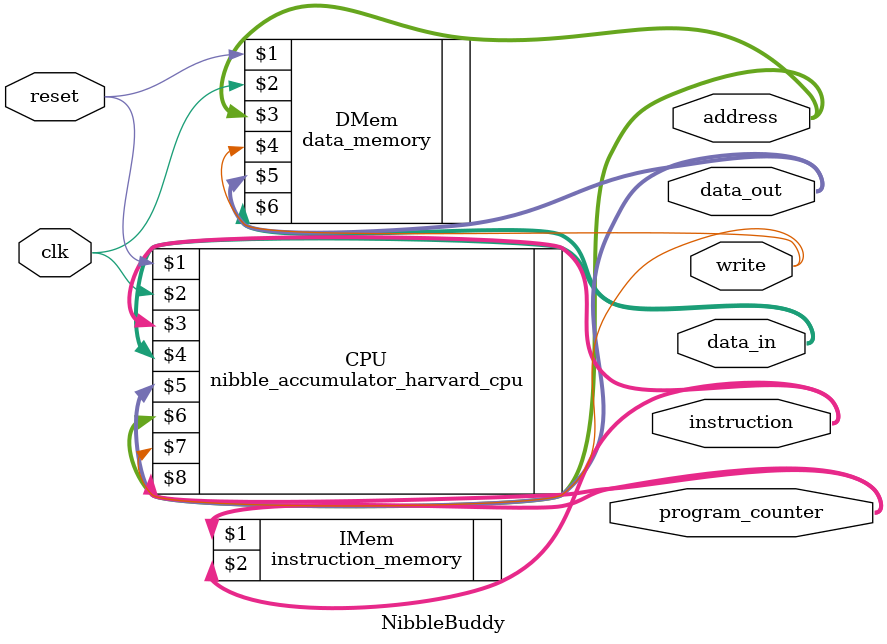
<source format=v>
module NibbleBuddy (reset, clk, instruction, data_in, data_out, address, write, program_counter);

     input reset, clk;
     output [7:0] instruction;
     output [3:0] data_in;
     output [3:0] data_out;
     output [3:0] address;
     output write;
     output [4:0] program_counter;

     nibble_accumulator_harvard_cpu CPU (reset, clk, instruction, data_in, data_out, address, write, program_counter);
     instruction_memory IMem (program_counter, instruction);
     data_memory DMem (reset, clk, address, write, data_out, data_in);

endmodule

</source>
